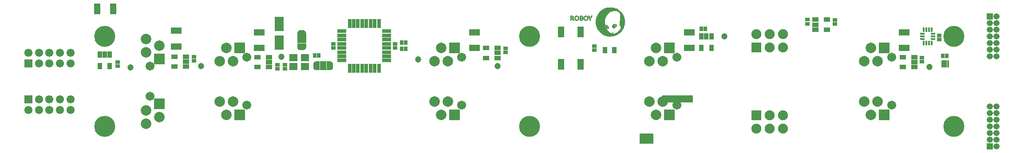
<source format=gts>
G04 #@! TF.GenerationSoftware,KiCad,Pcbnew,(2018-01-21 revision 6b9866de8)-makepkg*
G04 #@! TF.CreationDate,2018-02-06T18:12:56+01:00*
G04 #@! TF.ProjectId,Arm_interface_panel,41726D5F696E746572666163655F7061,rev?*
G04 #@! TF.SameCoordinates,Original*
G04 #@! TF.FileFunction,Soldermask,Top*
G04 #@! TF.FilePolarity,Negative*
%FSLAX46Y46*%
G04 Gerber Fmt 4.6, Leading zero omitted, Abs format (unit mm)*
G04 Created by KiCad (PCBNEW (2018-01-21 revision 6b9866de8)-makepkg) date 02/06/18 18:12:56*
%MOMM*%
%LPD*%
G01*
G04 APERTURE LIST*
%ADD10C,0.150000*%
%ADD11C,0.010000*%
%ADD12C,4.003200*%
%ADD13C,1.703300*%
%ADD14C,2.003200*%
%ADD15R,2.003200X2.003200*%
%ADD16O,1.903200X1.903200*%
%ADD17R,1.903200X1.903200*%
%ADD18R,1.553200X1.553200*%
%ADD19C,1.553200*%
%ADD20O,1.203200X1.203200*%
%ADD21R,1.203200X1.203200*%
%ADD22R,1.803200X0.753200*%
%ADD23R,0.753200X1.803200*%
%ADD24R,1.603200X1.403200*%
%ADD25R,0.853200X0.778200*%
%ADD26R,0.778200X0.853200*%
%ADD27C,1.203200*%
%ADD28R,1.703200X0.703200*%
%ADD29C,0.100000*%
%ADD30R,1.703200X1.203200*%
%ADD31R,0.703200X1.703200*%
%ADD32R,1.203200X1.703200*%
%ADD33R,2.003200X1.273200*%
%ADD34R,1.303200X2.003200*%
%ADD35R,0.853200X1.263200*%
%ADD36R,0.403200X0.733200*%
%ADD37R,1.263200X0.853200*%
%ADD38R,0.878200X0.453200*%
%ADD39R,0.453200X0.878200*%
%ADD40R,1.273200X2.003200*%
%ADD41R,1.803200X2.803200*%
%ADD42R,0.873200X1.203200*%
G04 APERTURE END LIST*
D10*
G36*
X177057300Y-100847200D02*
X177057300Y-99647200D01*
X182707300Y-99647200D01*
X182707300Y-100847200D01*
X177057300Y-100847200D01*
G37*
X177057300Y-100847200D02*
X177057300Y-99647200D01*
X182707300Y-99647200D01*
X182707300Y-100847200D01*
X177057300Y-100847200D01*
G36*
X172750000Y-108700000D02*
X175150000Y-108700000D01*
X175150000Y-106900000D01*
X172750000Y-106900000D01*
X172750000Y-108700000D01*
G37*
X172750000Y-108700000D02*
X175150000Y-108700000D01*
X175150000Y-106900000D01*
X172750000Y-106900000D01*
X172750000Y-108700000D01*
D11*
G36*
X160630464Y-84337437D02*
X160653725Y-84338815D01*
X160674737Y-84341500D01*
X160688626Y-84344046D01*
X160752383Y-84361768D01*
X160811523Y-84388078D01*
X160865205Y-84422525D01*
X160911520Y-84463551D01*
X160951121Y-84511609D01*
X160982950Y-84565013D01*
X161007011Y-84622600D01*
X161023308Y-84683207D01*
X161031845Y-84745670D01*
X161032628Y-84808826D01*
X161025661Y-84871511D01*
X161010949Y-84932562D01*
X160988495Y-84990815D01*
X160958306Y-85045106D01*
X160920385Y-85094273D01*
X160908980Y-85106357D01*
X160859844Y-85149210D01*
X160805582Y-85183308D01*
X160746438Y-85208521D01*
X160689158Y-85223523D01*
X160664182Y-85226900D01*
X160632717Y-85229082D01*
X160597634Y-85230076D01*
X160561800Y-85229885D01*
X160528085Y-85228515D01*
X160499356Y-85225970D01*
X160482260Y-85223174D01*
X160418316Y-85204532D01*
X160360699Y-85178156D01*
X160308790Y-85143729D01*
X160280832Y-85119739D01*
X160236314Y-85071872D01*
X160200719Y-85019956D01*
X160173861Y-84963532D01*
X160155551Y-84902142D01*
X160145603Y-84835327D01*
X160143540Y-84784324D01*
X160315136Y-84784324D01*
X160316173Y-84821399D01*
X160319199Y-84855373D01*
X160323827Y-84881435D01*
X160341023Y-84932627D01*
X160365704Y-84977780D01*
X160397281Y-85016260D01*
X160435167Y-85047433D01*
X160478772Y-85070663D01*
X160508631Y-85080856D01*
X160531172Y-85084985D01*
X160560054Y-85087351D01*
X160591882Y-85087966D01*
X160623259Y-85086839D01*
X160650787Y-85083981D01*
X160668027Y-85080375D01*
X160714962Y-85061635D01*
X160756481Y-85034953D01*
X160791577Y-85001183D01*
X160819242Y-84961182D01*
X160827368Y-84945029D01*
X160839325Y-84916918D01*
X160847838Y-84891407D01*
X160853435Y-84865686D01*
X160856642Y-84836944D01*
X160857987Y-84802371D01*
X160858126Y-84781140D01*
X160857838Y-84750068D01*
X160856830Y-84726427D01*
X160854808Y-84707496D01*
X160851474Y-84690555D01*
X160846532Y-84672883D01*
X160846234Y-84671920D01*
X160826006Y-84620186D01*
X160799880Y-84576624D01*
X160767568Y-84540937D01*
X160728785Y-84512827D01*
X160683243Y-84491997D01*
X160668027Y-84487066D01*
X160644652Y-84482419D01*
X160614841Y-84479752D01*
X160582126Y-84479083D01*
X160550040Y-84480430D01*
X160522116Y-84483812D01*
X160510865Y-84486260D01*
X160462975Y-84503860D01*
X160421306Y-84529466D01*
X160385942Y-84562991D01*
X160356965Y-84604344D01*
X160334458Y-84653438D01*
X160323938Y-84687160D01*
X160319020Y-84713938D01*
X160316086Y-84747415D01*
X160315136Y-84784324D01*
X160143540Y-84784324D01*
X160143513Y-84783680D01*
X160147521Y-84712883D01*
X160159691Y-84647884D01*
X160180245Y-84588147D01*
X160209401Y-84533133D01*
X160247380Y-84482305D01*
X160281552Y-84446829D01*
X160306794Y-84424577D01*
X160331097Y-84406930D01*
X160358799Y-84390902D01*
X160374223Y-84383083D01*
X160405806Y-84368190D01*
X160433095Y-84357135D01*
X160458814Y-84349281D01*
X160485690Y-84343991D01*
X160516448Y-84340628D01*
X160553813Y-84338554D01*
X160566706Y-84338088D01*
X160602332Y-84337237D01*
X160630464Y-84337437D01*
X160630464Y-84337437D01*
G37*
X160630464Y-84337437D02*
X160653725Y-84338815D01*
X160674737Y-84341500D01*
X160688626Y-84344046D01*
X160752383Y-84361768D01*
X160811523Y-84388078D01*
X160865205Y-84422525D01*
X160911520Y-84463551D01*
X160951121Y-84511609D01*
X160982950Y-84565013D01*
X161007011Y-84622600D01*
X161023308Y-84683207D01*
X161031845Y-84745670D01*
X161032628Y-84808826D01*
X161025661Y-84871511D01*
X161010949Y-84932562D01*
X160988495Y-84990815D01*
X160958306Y-85045106D01*
X160920385Y-85094273D01*
X160908980Y-85106357D01*
X160859844Y-85149210D01*
X160805582Y-85183308D01*
X160746438Y-85208521D01*
X160689158Y-85223523D01*
X160664182Y-85226900D01*
X160632717Y-85229082D01*
X160597634Y-85230076D01*
X160561800Y-85229885D01*
X160528085Y-85228515D01*
X160499356Y-85225970D01*
X160482260Y-85223174D01*
X160418316Y-85204532D01*
X160360699Y-85178156D01*
X160308790Y-85143729D01*
X160280832Y-85119739D01*
X160236314Y-85071872D01*
X160200719Y-85019956D01*
X160173861Y-84963532D01*
X160155551Y-84902142D01*
X160145603Y-84835327D01*
X160143540Y-84784324D01*
X160315136Y-84784324D01*
X160316173Y-84821399D01*
X160319199Y-84855373D01*
X160323827Y-84881435D01*
X160341023Y-84932627D01*
X160365704Y-84977780D01*
X160397281Y-85016260D01*
X160435167Y-85047433D01*
X160478772Y-85070663D01*
X160508631Y-85080856D01*
X160531172Y-85084985D01*
X160560054Y-85087351D01*
X160591882Y-85087966D01*
X160623259Y-85086839D01*
X160650787Y-85083981D01*
X160668027Y-85080375D01*
X160714962Y-85061635D01*
X160756481Y-85034953D01*
X160791577Y-85001183D01*
X160819242Y-84961182D01*
X160827368Y-84945029D01*
X160839325Y-84916918D01*
X160847838Y-84891407D01*
X160853435Y-84865686D01*
X160856642Y-84836944D01*
X160857987Y-84802371D01*
X160858126Y-84781140D01*
X160857838Y-84750068D01*
X160856830Y-84726427D01*
X160854808Y-84707496D01*
X160851474Y-84690555D01*
X160846532Y-84672883D01*
X160846234Y-84671920D01*
X160826006Y-84620186D01*
X160799880Y-84576624D01*
X160767568Y-84540937D01*
X160728785Y-84512827D01*
X160683243Y-84491997D01*
X160668027Y-84487066D01*
X160644652Y-84482419D01*
X160614841Y-84479752D01*
X160582126Y-84479083D01*
X160550040Y-84480430D01*
X160522116Y-84483812D01*
X160510865Y-84486260D01*
X160462975Y-84503860D01*
X160421306Y-84529466D01*
X160385942Y-84562991D01*
X160356965Y-84604344D01*
X160334458Y-84653438D01*
X160323938Y-84687160D01*
X160319020Y-84713938D01*
X160316086Y-84747415D01*
X160315136Y-84784324D01*
X160143540Y-84784324D01*
X160143513Y-84783680D01*
X160147521Y-84712883D01*
X160159691Y-84647884D01*
X160180245Y-84588147D01*
X160209401Y-84533133D01*
X160247380Y-84482305D01*
X160281552Y-84446829D01*
X160306794Y-84424577D01*
X160331097Y-84406930D01*
X160358799Y-84390902D01*
X160374223Y-84383083D01*
X160405806Y-84368190D01*
X160433095Y-84357135D01*
X160458814Y-84349281D01*
X160485690Y-84343991D01*
X160516448Y-84340628D01*
X160553813Y-84338554D01*
X160566706Y-84338088D01*
X160602332Y-84337237D01*
X160630464Y-84337437D01*
G36*
X162383064Y-84337437D02*
X162406325Y-84338815D01*
X162427337Y-84341500D01*
X162441226Y-84344046D01*
X162504983Y-84361768D01*
X162564123Y-84388078D01*
X162617805Y-84422525D01*
X162664120Y-84463551D01*
X162703721Y-84511609D01*
X162735550Y-84565013D01*
X162759611Y-84622600D01*
X162775908Y-84683207D01*
X162784445Y-84745670D01*
X162785228Y-84808826D01*
X162778261Y-84871511D01*
X162763549Y-84932562D01*
X162741095Y-84990815D01*
X162710906Y-85045106D01*
X162672985Y-85094273D01*
X162661580Y-85106357D01*
X162612444Y-85149210D01*
X162558182Y-85183308D01*
X162499038Y-85208521D01*
X162441758Y-85223523D01*
X162416782Y-85226900D01*
X162385317Y-85229082D01*
X162350234Y-85230076D01*
X162314400Y-85229885D01*
X162280685Y-85228515D01*
X162251956Y-85225970D01*
X162234860Y-85223174D01*
X162170916Y-85204532D01*
X162113299Y-85178156D01*
X162061390Y-85143729D01*
X162033432Y-85119739D01*
X161988914Y-85071872D01*
X161953319Y-85019956D01*
X161926461Y-84963532D01*
X161908151Y-84902142D01*
X161898203Y-84835327D01*
X161896140Y-84784324D01*
X162067736Y-84784324D01*
X162068773Y-84821399D01*
X162071799Y-84855373D01*
X162076427Y-84881435D01*
X162093623Y-84932627D01*
X162118304Y-84977780D01*
X162149881Y-85016260D01*
X162187767Y-85047433D01*
X162231372Y-85070663D01*
X162261231Y-85080856D01*
X162283772Y-85084985D01*
X162312654Y-85087351D01*
X162344482Y-85087966D01*
X162375859Y-85086839D01*
X162403387Y-85083981D01*
X162420627Y-85080375D01*
X162467562Y-85061635D01*
X162509081Y-85034953D01*
X162544177Y-85001183D01*
X162571842Y-84961182D01*
X162579968Y-84945029D01*
X162591925Y-84916918D01*
X162600438Y-84891407D01*
X162606035Y-84865686D01*
X162609242Y-84836944D01*
X162610587Y-84802371D01*
X162610726Y-84781140D01*
X162610438Y-84750068D01*
X162609430Y-84726427D01*
X162607408Y-84707496D01*
X162604074Y-84690555D01*
X162599132Y-84672883D01*
X162598834Y-84671920D01*
X162578606Y-84620186D01*
X162552480Y-84576624D01*
X162520168Y-84540937D01*
X162481385Y-84512827D01*
X162435843Y-84491997D01*
X162420627Y-84487066D01*
X162397252Y-84482419D01*
X162367441Y-84479752D01*
X162334726Y-84479083D01*
X162302640Y-84480430D01*
X162274716Y-84483812D01*
X162263465Y-84486260D01*
X162215575Y-84503860D01*
X162173906Y-84529466D01*
X162138542Y-84562991D01*
X162109565Y-84604344D01*
X162087058Y-84653438D01*
X162076538Y-84687160D01*
X162071620Y-84713938D01*
X162068686Y-84747415D01*
X162067736Y-84784324D01*
X161896140Y-84784324D01*
X161896113Y-84783680D01*
X161900121Y-84712883D01*
X161912291Y-84647884D01*
X161932845Y-84588147D01*
X161962001Y-84533133D01*
X161999980Y-84482305D01*
X162034152Y-84446829D01*
X162059394Y-84424577D01*
X162083697Y-84406930D01*
X162111399Y-84390902D01*
X162126823Y-84383083D01*
X162158406Y-84368190D01*
X162185695Y-84357135D01*
X162211414Y-84349281D01*
X162238290Y-84343991D01*
X162269048Y-84340628D01*
X162306413Y-84338554D01*
X162319306Y-84338088D01*
X162354932Y-84337237D01*
X162383064Y-84337437D01*
X162383064Y-84337437D01*
G37*
X162383064Y-84337437D02*
X162406325Y-84338815D01*
X162427337Y-84341500D01*
X162441226Y-84344046D01*
X162504983Y-84361768D01*
X162564123Y-84388078D01*
X162617805Y-84422525D01*
X162664120Y-84463551D01*
X162703721Y-84511609D01*
X162735550Y-84565013D01*
X162759611Y-84622600D01*
X162775908Y-84683207D01*
X162784445Y-84745670D01*
X162785228Y-84808826D01*
X162778261Y-84871511D01*
X162763549Y-84932562D01*
X162741095Y-84990815D01*
X162710906Y-85045106D01*
X162672985Y-85094273D01*
X162661580Y-85106357D01*
X162612444Y-85149210D01*
X162558182Y-85183308D01*
X162499038Y-85208521D01*
X162441758Y-85223523D01*
X162416782Y-85226900D01*
X162385317Y-85229082D01*
X162350234Y-85230076D01*
X162314400Y-85229885D01*
X162280685Y-85228515D01*
X162251956Y-85225970D01*
X162234860Y-85223174D01*
X162170916Y-85204532D01*
X162113299Y-85178156D01*
X162061390Y-85143729D01*
X162033432Y-85119739D01*
X161988914Y-85071872D01*
X161953319Y-85019956D01*
X161926461Y-84963532D01*
X161908151Y-84902142D01*
X161898203Y-84835327D01*
X161896140Y-84784324D01*
X162067736Y-84784324D01*
X162068773Y-84821399D01*
X162071799Y-84855373D01*
X162076427Y-84881435D01*
X162093623Y-84932627D01*
X162118304Y-84977780D01*
X162149881Y-85016260D01*
X162187767Y-85047433D01*
X162231372Y-85070663D01*
X162261231Y-85080856D01*
X162283772Y-85084985D01*
X162312654Y-85087351D01*
X162344482Y-85087966D01*
X162375859Y-85086839D01*
X162403387Y-85083981D01*
X162420627Y-85080375D01*
X162467562Y-85061635D01*
X162509081Y-85034953D01*
X162544177Y-85001183D01*
X162571842Y-84961182D01*
X162579968Y-84945029D01*
X162591925Y-84916918D01*
X162600438Y-84891407D01*
X162606035Y-84865686D01*
X162609242Y-84836944D01*
X162610587Y-84802371D01*
X162610726Y-84781140D01*
X162610438Y-84750068D01*
X162609430Y-84726427D01*
X162607408Y-84707496D01*
X162604074Y-84690555D01*
X162599132Y-84672883D01*
X162598834Y-84671920D01*
X162578606Y-84620186D01*
X162552480Y-84576624D01*
X162520168Y-84540937D01*
X162481385Y-84512827D01*
X162435843Y-84491997D01*
X162420627Y-84487066D01*
X162397252Y-84482419D01*
X162367441Y-84479752D01*
X162334726Y-84479083D01*
X162302640Y-84480430D01*
X162274716Y-84483812D01*
X162263465Y-84486260D01*
X162215575Y-84503860D01*
X162173906Y-84529466D01*
X162138542Y-84562991D01*
X162109565Y-84604344D01*
X162087058Y-84653438D01*
X162076538Y-84687160D01*
X162071620Y-84713938D01*
X162068686Y-84747415D01*
X162067736Y-84784324D01*
X161896140Y-84784324D01*
X161896113Y-84783680D01*
X161900121Y-84712883D01*
X161912291Y-84647884D01*
X161932845Y-84588147D01*
X161962001Y-84533133D01*
X161999980Y-84482305D01*
X162034152Y-84446829D01*
X162059394Y-84424577D01*
X162083697Y-84406930D01*
X162111399Y-84390902D01*
X162126823Y-84383083D01*
X162158406Y-84368190D01*
X162185695Y-84357135D01*
X162211414Y-84349281D01*
X162238290Y-84343991D01*
X162269048Y-84340628D01*
X162306413Y-84338554D01*
X162319306Y-84338088D01*
X162354932Y-84337237D01*
X162383064Y-84337437D01*
G36*
X159625010Y-84348143D02*
X159677775Y-84348761D01*
X159721596Y-84349460D01*
X159757687Y-84350395D01*
X159787263Y-84351722D01*
X159811539Y-84353600D01*
X159831730Y-84356183D01*
X159849050Y-84359629D01*
X159864716Y-84364094D01*
X159879941Y-84369734D01*
X159895941Y-84376706D01*
X159913930Y-84385166D01*
X159914471Y-84385425D01*
X159955157Y-84410127D01*
X159988389Y-84441624D01*
X160013858Y-84479487D01*
X160031251Y-84523284D01*
X160038412Y-84556949D01*
X160041333Y-84609377D01*
X160034847Y-84659388D01*
X160019460Y-84706057D01*
X159995676Y-84748456D01*
X159964001Y-84785659D01*
X159924941Y-84816742D01*
X159884897Y-84838279D01*
X159856494Y-84850686D01*
X159878084Y-84871793D01*
X159884224Y-84879094D01*
X159895045Y-84893337D01*
X159909792Y-84913439D01*
X159927715Y-84938320D01*
X159948058Y-84966897D01*
X159970070Y-84998087D01*
X159992998Y-85030810D01*
X160016089Y-85063984D01*
X160038589Y-85096525D01*
X160059746Y-85127353D01*
X160078807Y-85155386D01*
X160095018Y-85179541D01*
X160107628Y-85198736D01*
X160115883Y-85211890D01*
X160119030Y-85217921D01*
X160119040Y-85218030D01*
X160114289Y-85219446D01*
X160101325Y-85220376D01*
X160082082Y-85220858D01*
X160058495Y-85220927D01*
X160032497Y-85220620D01*
X160006021Y-85219974D01*
X159981003Y-85219024D01*
X159959375Y-85217807D01*
X159943072Y-85216360D01*
X159934028Y-85214718D01*
X159933590Y-85214542D01*
X159926686Y-85208404D01*
X159914800Y-85193986D01*
X159897891Y-85171228D01*
X159875919Y-85140072D01*
X159848842Y-85100458D01*
X159816619Y-85052328D01*
X159779211Y-84995623D01*
X159739466Y-84934733D01*
X159727320Y-84917343D01*
X159715543Y-84902648D01*
X159706369Y-84893402D01*
X159705155Y-84892521D01*
X159692920Y-84887915D01*
X159672516Y-84884156D01*
X159647030Y-84881686D01*
X159600880Y-84878696D01*
X159600880Y-85220560D01*
X159433240Y-85220560D01*
X159433240Y-84764445D01*
X159600880Y-84764445D01*
X159678350Y-84762242D01*
X159710242Y-84761121D01*
X159734204Y-84759648D01*
X159752466Y-84757534D01*
X159767257Y-84754491D01*
X159780809Y-84750229D01*
X159785826Y-84748336D01*
X159819667Y-84730383D01*
X159845596Y-84706091D01*
X159863500Y-84675636D01*
X159873265Y-84639191D01*
X159875200Y-84610965D01*
X159870620Y-84574409D01*
X159857394Y-84542518D01*
X159836293Y-84516250D01*
X159808088Y-84496566D01*
X159773551Y-84484424D01*
X159773472Y-84484407D01*
X159758859Y-84482146D01*
X159736815Y-84479813D01*
X159710063Y-84477648D01*
X159681328Y-84475896D01*
X159674329Y-84475559D01*
X159600880Y-84472222D01*
X159600880Y-84764445D01*
X159433240Y-84764445D01*
X159433240Y-84346045D01*
X159625010Y-84348143D01*
X159625010Y-84348143D01*
G37*
X159625010Y-84348143D02*
X159677775Y-84348761D01*
X159721596Y-84349460D01*
X159757687Y-84350395D01*
X159787263Y-84351722D01*
X159811539Y-84353600D01*
X159831730Y-84356183D01*
X159849050Y-84359629D01*
X159864716Y-84364094D01*
X159879941Y-84369734D01*
X159895941Y-84376706D01*
X159913930Y-84385166D01*
X159914471Y-84385425D01*
X159955157Y-84410127D01*
X159988389Y-84441624D01*
X160013858Y-84479487D01*
X160031251Y-84523284D01*
X160038412Y-84556949D01*
X160041333Y-84609377D01*
X160034847Y-84659388D01*
X160019460Y-84706057D01*
X159995676Y-84748456D01*
X159964001Y-84785659D01*
X159924941Y-84816742D01*
X159884897Y-84838279D01*
X159856494Y-84850686D01*
X159878084Y-84871793D01*
X159884224Y-84879094D01*
X159895045Y-84893337D01*
X159909792Y-84913439D01*
X159927715Y-84938320D01*
X159948058Y-84966897D01*
X159970070Y-84998087D01*
X159992998Y-85030810D01*
X160016089Y-85063984D01*
X160038589Y-85096525D01*
X160059746Y-85127353D01*
X160078807Y-85155386D01*
X160095018Y-85179541D01*
X160107628Y-85198736D01*
X160115883Y-85211890D01*
X160119030Y-85217921D01*
X160119040Y-85218030D01*
X160114289Y-85219446D01*
X160101325Y-85220376D01*
X160082082Y-85220858D01*
X160058495Y-85220927D01*
X160032497Y-85220620D01*
X160006021Y-85219974D01*
X159981003Y-85219024D01*
X159959375Y-85217807D01*
X159943072Y-85216360D01*
X159934028Y-85214718D01*
X159933590Y-85214542D01*
X159926686Y-85208404D01*
X159914800Y-85193986D01*
X159897891Y-85171228D01*
X159875919Y-85140072D01*
X159848842Y-85100458D01*
X159816619Y-85052328D01*
X159779211Y-84995623D01*
X159739466Y-84934733D01*
X159727320Y-84917343D01*
X159715543Y-84902648D01*
X159706369Y-84893402D01*
X159705155Y-84892521D01*
X159692920Y-84887915D01*
X159672516Y-84884156D01*
X159647030Y-84881686D01*
X159600880Y-84878696D01*
X159600880Y-85220560D01*
X159433240Y-85220560D01*
X159433240Y-84764445D01*
X159600880Y-84764445D01*
X159678350Y-84762242D01*
X159710242Y-84761121D01*
X159734204Y-84759648D01*
X159752466Y-84757534D01*
X159767257Y-84754491D01*
X159780809Y-84750229D01*
X159785826Y-84748336D01*
X159819667Y-84730383D01*
X159845596Y-84706091D01*
X159863500Y-84675636D01*
X159873265Y-84639191D01*
X159875200Y-84610965D01*
X159870620Y-84574409D01*
X159857394Y-84542518D01*
X159836293Y-84516250D01*
X159808088Y-84496566D01*
X159773551Y-84484424D01*
X159773472Y-84484407D01*
X159758859Y-84482146D01*
X159736815Y-84479813D01*
X159710063Y-84477648D01*
X159681328Y-84475896D01*
X159674329Y-84475559D01*
X159600880Y-84472222D01*
X159600880Y-84764445D01*
X159433240Y-84764445D01*
X159433240Y-84346045D01*
X159625010Y-84348143D01*
G36*
X161364910Y-84348039D02*
X161416831Y-84348519D01*
X161459682Y-84348995D01*
X161494554Y-84349525D01*
X161522535Y-84350168D01*
X161544716Y-84350983D01*
X161562187Y-84352029D01*
X161576037Y-84353364D01*
X161587357Y-84355048D01*
X161597237Y-84357139D01*
X161606766Y-84359696D01*
X161612543Y-84361411D01*
X161661002Y-84379941D01*
X161701664Y-84403722D01*
X161734075Y-84432405D01*
X161757776Y-84465645D01*
X161762593Y-84475291D01*
X161775381Y-84512931D01*
X161781614Y-84553799D01*
X161781315Y-84595135D01*
X161774505Y-84634178D01*
X161761206Y-84668168D01*
X161761071Y-84668417D01*
X161742348Y-84694959D01*
X161716593Y-84720560D01*
X161686778Y-84742532D01*
X161667088Y-84753377D01*
X161651574Y-84760934D01*
X161644222Y-84765451D01*
X161643967Y-84768143D01*
X161649746Y-84770223D01*
X161651848Y-84770750D01*
X161679196Y-84780219D01*
X161708473Y-84794828D01*
X161735970Y-84812414D01*
X161757975Y-84830819D01*
X161761619Y-84834663D01*
X161781909Y-84861269D01*
X161795432Y-84889466D01*
X161803041Y-84921755D01*
X161805589Y-84960636D01*
X161805600Y-84963757D01*
X161801482Y-85015496D01*
X161789055Y-85061573D01*
X161768203Y-85102142D01*
X161738811Y-85137353D01*
X161700767Y-85167360D01*
X161653955Y-85192312D01*
X161624701Y-85203840D01*
X161584620Y-85218007D01*
X161155360Y-85221161D01*
X161155360Y-84839560D01*
X161323000Y-84839560D01*
X161323000Y-85095078D01*
X161425870Y-85092172D01*
X161465108Y-85090850D01*
X161495743Y-85089277D01*
X161519331Y-85087312D01*
X161537427Y-85084808D01*
X161551588Y-85081625D01*
X161556490Y-85080132D01*
X161584643Y-85066657D01*
X161605541Y-85050529D01*
X161624775Y-85025824D01*
X161636750Y-84997062D01*
X161641555Y-84966273D01*
X161639277Y-84935491D01*
X161630002Y-84906748D01*
X161613819Y-84882075D01*
X161597693Y-84867803D01*
X161582135Y-84858584D01*
X161564487Y-84851488D01*
X161543283Y-84846282D01*
X161517056Y-84842732D01*
X161484339Y-84840603D01*
X161443665Y-84839660D01*
X161420992Y-84839560D01*
X161323000Y-84839560D01*
X161155360Y-84839560D01*
X161155360Y-84724318D01*
X161323000Y-84724318D01*
X161413170Y-84721156D01*
X161451489Y-84719380D01*
X161484140Y-84716993D01*
X161509680Y-84714128D01*
X161526665Y-84710918D01*
X161527963Y-84710546D01*
X161561808Y-84696693D01*
X161586908Y-84677946D01*
X161603730Y-84653700D01*
X161612740Y-84623347D01*
X161614650Y-84597850D01*
X161613782Y-84574510D01*
X161610272Y-84556495D01*
X161603149Y-84539106D01*
X161602032Y-84536890D01*
X161590552Y-84519397D01*
X161575157Y-84505196D01*
X161554898Y-84494018D01*
X161528829Y-84485595D01*
X161496003Y-84479658D01*
X161455472Y-84475938D01*
X161406289Y-84474166D01*
X161380150Y-84473931D01*
X161323000Y-84473800D01*
X161323000Y-84724318D01*
X161155360Y-84724318D01*
X161155360Y-84346186D01*
X161364910Y-84348039D01*
X161364910Y-84348039D01*
G37*
X161364910Y-84348039D02*
X161416831Y-84348519D01*
X161459682Y-84348995D01*
X161494554Y-84349525D01*
X161522535Y-84350168D01*
X161544716Y-84350983D01*
X161562187Y-84352029D01*
X161576037Y-84353364D01*
X161587357Y-84355048D01*
X161597237Y-84357139D01*
X161606766Y-84359696D01*
X161612543Y-84361411D01*
X161661002Y-84379941D01*
X161701664Y-84403722D01*
X161734075Y-84432405D01*
X161757776Y-84465645D01*
X161762593Y-84475291D01*
X161775381Y-84512931D01*
X161781614Y-84553799D01*
X161781315Y-84595135D01*
X161774505Y-84634178D01*
X161761206Y-84668168D01*
X161761071Y-84668417D01*
X161742348Y-84694959D01*
X161716593Y-84720560D01*
X161686778Y-84742532D01*
X161667088Y-84753377D01*
X161651574Y-84760934D01*
X161644222Y-84765451D01*
X161643967Y-84768143D01*
X161649746Y-84770223D01*
X161651848Y-84770750D01*
X161679196Y-84780219D01*
X161708473Y-84794828D01*
X161735970Y-84812414D01*
X161757975Y-84830819D01*
X161761619Y-84834663D01*
X161781909Y-84861269D01*
X161795432Y-84889466D01*
X161803041Y-84921755D01*
X161805589Y-84960636D01*
X161805600Y-84963757D01*
X161801482Y-85015496D01*
X161789055Y-85061573D01*
X161768203Y-85102142D01*
X161738811Y-85137353D01*
X161700767Y-85167360D01*
X161653955Y-85192312D01*
X161624701Y-85203840D01*
X161584620Y-85218007D01*
X161155360Y-85221161D01*
X161155360Y-84839560D01*
X161323000Y-84839560D01*
X161323000Y-85095078D01*
X161425870Y-85092172D01*
X161465108Y-85090850D01*
X161495743Y-85089277D01*
X161519331Y-85087312D01*
X161537427Y-85084808D01*
X161551588Y-85081625D01*
X161556490Y-85080132D01*
X161584643Y-85066657D01*
X161605541Y-85050529D01*
X161624775Y-85025824D01*
X161636750Y-84997062D01*
X161641555Y-84966273D01*
X161639277Y-84935491D01*
X161630002Y-84906748D01*
X161613819Y-84882075D01*
X161597693Y-84867803D01*
X161582135Y-84858584D01*
X161564487Y-84851488D01*
X161543283Y-84846282D01*
X161517056Y-84842732D01*
X161484339Y-84840603D01*
X161443665Y-84839660D01*
X161420992Y-84839560D01*
X161323000Y-84839560D01*
X161155360Y-84839560D01*
X161155360Y-84724318D01*
X161323000Y-84724318D01*
X161413170Y-84721156D01*
X161451489Y-84719380D01*
X161484140Y-84716993D01*
X161509680Y-84714128D01*
X161526665Y-84710918D01*
X161527963Y-84710546D01*
X161561808Y-84696693D01*
X161586908Y-84677946D01*
X161603730Y-84653700D01*
X161612740Y-84623347D01*
X161614650Y-84597850D01*
X161613782Y-84574510D01*
X161610272Y-84556495D01*
X161603149Y-84539106D01*
X161602032Y-84536890D01*
X161590552Y-84519397D01*
X161575157Y-84505196D01*
X161554898Y-84494018D01*
X161528829Y-84485595D01*
X161496003Y-84479658D01*
X161455472Y-84475938D01*
X161406289Y-84474166D01*
X161380150Y-84473931D01*
X161323000Y-84473800D01*
X161323000Y-84724318D01*
X161155360Y-84724318D01*
X161155360Y-84346186D01*
X161364910Y-84348039D01*
G36*
X162950155Y-84361012D02*
X162955398Y-84368427D01*
X162964708Y-84383627D01*
X162977427Y-84405404D01*
X162992896Y-84432549D01*
X163010454Y-84463853D01*
X163029444Y-84498110D01*
X163049204Y-84534109D01*
X163069078Y-84570644D01*
X163088404Y-84606505D01*
X163106524Y-84640484D01*
X163122779Y-84671372D01*
X163136508Y-84697963D01*
X163147054Y-84719046D01*
X163153757Y-84733414D01*
X163155037Y-84736538D01*
X163160620Y-84749472D01*
X163165223Y-84757257D01*
X163166599Y-84758280D01*
X163170101Y-84753987D01*
X163176179Y-84742721D01*
X163183532Y-84726899D01*
X163183694Y-84726530D01*
X163191609Y-84709493D01*
X163203101Y-84686303D01*
X163217531Y-84658133D01*
X163234255Y-84626158D01*
X163252632Y-84591551D01*
X163272021Y-84555487D01*
X163291780Y-84519140D01*
X163311269Y-84483685D01*
X163329844Y-84450295D01*
X163346865Y-84420145D01*
X163361691Y-84394409D01*
X163373679Y-84374261D01*
X163382188Y-84360876D01*
X163386368Y-84355561D01*
X163391921Y-84352206D01*
X163399264Y-84349852D01*
X163410032Y-84348371D01*
X163425862Y-84347633D01*
X163448390Y-84347511D01*
X163479253Y-84347876D01*
X163483310Y-84347941D01*
X163568214Y-84349340D01*
X163408267Y-84620689D01*
X163248320Y-84892039D01*
X163248320Y-85220560D01*
X163080680Y-85220560D01*
X163080680Y-84885098D01*
X162923200Y-84618742D01*
X162895170Y-84571289D01*
X162868736Y-84526451D01*
X162844342Y-84484988D01*
X162822433Y-84447659D01*
X162803454Y-84415226D01*
X162787850Y-84388447D01*
X162776064Y-84368083D01*
X162768542Y-84354894D01*
X162765729Y-84349640D01*
X162765720Y-84349593D01*
X162770523Y-84348672D01*
X162783827Y-84347878D01*
X162803975Y-84347267D01*
X162829306Y-84346893D01*
X162851129Y-84346800D01*
X162936539Y-84346800D01*
X162950155Y-84361012D01*
X162950155Y-84361012D01*
G37*
X162950155Y-84361012D02*
X162955398Y-84368427D01*
X162964708Y-84383627D01*
X162977427Y-84405404D01*
X162992896Y-84432549D01*
X163010454Y-84463853D01*
X163029444Y-84498110D01*
X163049204Y-84534109D01*
X163069078Y-84570644D01*
X163088404Y-84606505D01*
X163106524Y-84640484D01*
X163122779Y-84671372D01*
X163136508Y-84697963D01*
X163147054Y-84719046D01*
X163153757Y-84733414D01*
X163155037Y-84736538D01*
X163160620Y-84749472D01*
X163165223Y-84757257D01*
X163166599Y-84758280D01*
X163170101Y-84753987D01*
X163176179Y-84742721D01*
X163183532Y-84726899D01*
X163183694Y-84726530D01*
X163191609Y-84709493D01*
X163203101Y-84686303D01*
X163217531Y-84658133D01*
X163234255Y-84626158D01*
X163252632Y-84591551D01*
X163272021Y-84555487D01*
X163291780Y-84519140D01*
X163311269Y-84483685D01*
X163329844Y-84450295D01*
X163346865Y-84420145D01*
X163361691Y-84394409D01*
X163373679Y-84374261D01*
X163382188Y-84360876D01*
X163386368Y-84355561D01*
X163391921Y-84352206D01*
X163399264Y-84349852D01*
X163410032Y-84348371D01*
X163425862Y-84347633D01*
X163448390Y-84347511D01*
X163479253Y-84347876D01*
X163483310Y-84347941D01*
X163568214Y-84349340D01*
X163408267Y-84620689D01*
X163248320Y-84892039D01*
X163248320Y-85220560D01*
X163080680Y-85220560D01*
X163080680Y-84885098D01*
X162923200Y-84618742D01*
X162895170Y-84571289D01*
X162868736Y-84526451D01*
X162844342Y-84484988D01*
X162822433Y-84447659D01*
X162803454Y-84415226D01*
X162787850Y-84388447D01*
X162776064Y-84368083D01*
X162768542Y-84354894D01*
X162765729Y-84349640D01*
X162765720Y-84349593D01*
X162770523Y-84348672D01*
X162783827Y-84347878D01*
X162803975Y-84347267D01*
X162829306Y-84346893D01*
X162851129Y-84346800D01*
X162936539Y-84346800D01*
X162950155Y-84361012D01*
G36*
X167111411Y-82747658D02*
X167160303Y-82749034D01*
X167201791Y-82751227D01*
X167204248Y-82751404D01*
X167370730Y-82768617D01*
X167534856Y-82795619D01*
X167696263Y-82832236D01*
X167854589Y-82878297D01*
X168009470Y-82933628D01*
X168160545Y-82998056D01*
X168307451Y-83071410D01*
X168449824Y-83153515D01*
X168587304Y-83244199D01*
X168719526Y-83343290D01*
X168846128Y-83450614D01*
X168966748Y-83565999D01*
X169011488Y-83612506D01*
X169122388Y-83737802D01*
X169224852Y-83868680D01*
X169318766Y-84004894D01*
X169404014Y-84146197D01*
X169480485Y-84292344D01*
X169548064Y-84443091D01*
X169606637Y-84598190D01*
X169656090Y-84757396D01*
X169696310Y-84920465D01*
X169727184Y-85087149D01*
X169741027Y-85187580D01*
X169743688Y-85215614D01*
X169746056Y-85252158D01*
X169748107Y-85295565D01*
X169749818Y-85344188D01*
X169751168Y-85396379D01*
X169752131Y-85450493D01*
X169752687Y-85504881D01*
X169752810Y-85557898D01*
X169752479Y-85607897D01*
X169751671Y-85653229D01*
X169750362Y-85692250D01*
X169748529Y-85723311D01*
X169748521Y-85723409D01*
X169730425Y-85887738D01*
X169702523Y-86049947D01*
X169665024Y-86209636D01*
X169618137Y-86366405D01*
X169562068Y-86519853D01*
X169497026Y-86669580D01*
X169423220Y-86815186D01*
X169340858Y-86956271D01*
X169250147Y-87092433D01*
X169151295Y-87223273D01*
X169044512Y-87348391D01*
X168930005Y-87467385D01*
X168807982Y-87579856D01*
X168763827Y-87617365D01*
X168632339Y-87720164D01*
X168495556Y-87814370D01*
X168353820Y-87899844D01*
X168207475Y-87976444D01*
X168056863Y-88044030D01*
X167902328Y-88102462D01*
X167744213Y-88151599D01*
X167582861Y-88191300D01*
X167418615Y-88221425D01*
X167251818Y-88241834D01*
X167236220Y-88243230D01*
X167204605Y-88245421D01*
X167165273Y-88247283D01*
X167120337Y-88248791D01*
X167071909Y-88249916D01*
X167022102Y-88250634D01*
X166973029Y-88250917D01*
X166926802Y-88250740D01*
X166885534Y-88250076D01*
X166851338Y-88248899D01*
X166838694Y-88248187D01*
X166669062Y-88232042D01*
X166502378Y-88206308D01*
X166338908Y-88171099D01*
X166178916Y-88126529D01*
X166022667Y-88072712D01*
X165870427Y-88009763D01*
X165722461Y-87937796D01*
X165579033Y-87856925D01*
X165440408Y-87767265D01*
X165306852Y-87668929D01*
X165178630Y-87562031D01*
X165117269Y-87506036D01*
X164998879Y-87387867D01*
X164888479Y-87263571D01*
X164786241Y-87133510D01*
X164692338Y-86998048D01*
X164606943Y-86857546D01*
X164530229Y-86712369D01*
X164462370Y-86562880D01*
X164403537Y-86409441D01*
X164353904Y-86252416D01*
X164313644Y-86092168D01*
X164282930Y-85929060D01*
X164261935Y-85763454D01*
X164256484Y-85699168D01*
X164254235Y-85658243D01*
X164252806Y-85609784D01*
X164252158Y-85555741D01*
X164252254Y-85498065D01*
X164252845Y-85454280D01*
X165935866Y-85454280D01*
X165936087Y-85514867D01*
X165936800Y-85567255D01*
X165938154Y-85613398D01*
X165940296Y-85655249D01*
X165943376Y-85694763D01*
X165947541Y-85733895D01*
X165952939Y-85774598D01*
X165959719Y-85818827D01*
X165966683Y-85860680D01*
X165991321Y-85985767D01*
X166023172Y-86115784D01*
X166061644Y-86249155D01*
X166106146Y-86384306D01*
X166156085Y-86519660D01*
X166210869Y-86653644D01*
X166269907Y-86784683D01*
X166332605Y-86911201D01*
X166398373Y-87031623D01*
X166422138Y-87072260D01*
X166447850Y-87114150D01*
X166472392Y-87151070D01*
X166497458Y-87185163D01*
X166524739Y-87218577D01*
X166555927Y-87253455D01*
X166592714Y-87291944D01*
X166606237Y-87305668D01*
X166674539Y-87372063D01*
X166740032Y-87430339D01*
X166804180Y-87481594D01*
X166868445Y-87526927D01*
X166934292Y-87567436D01*
X167003183Y-87604220D01*
X167005625Y-87605432D01*
X167072865Y-87636631D01*
X167140523Y-87663591D01*
X167209818Y-87686574D01*
X167281972Y-87705841D01*
X167358208Y-87721653D01*
X167439746Y-87734271D01*
X167527807Y-87743955D01*
X167623614Y-87750968D01*
X167704301Y-87754743D01*
X167718468Y-87754065D01*
X167739174Y-87751605D01*
X167763042Y-87747805D01*
X167776346Y-87745295D01*
X167882126Y-87718969D01*
X167986227Y-87682724D01*
X168088740Y-87636520D01*
X168189759Y-87580316D01*
X168268715Y-87528715D01*
X168304948Y-87502443D01*
X168345856Y-87471048D01*
X168390005Y-87435764D01*
X168435964Y-87397826D01*
X168482299Y-87358467D01*
X168527577Y-87318921D01*
X168570365Y-87280423D01*
X168609230Y-87244207D01*
X168642740Y-87211506D01*
X168669357Y-87183669D01*
X168719078Y-87126571D01*
X168768026Y-87065833D01*
X168815342Y-87002772D01*
X168860168Y-86938702D01*
X168901646Y-86874939D01*
X168938916Y-86812800D01*
X168971120Y-86753600D01*
X168997399Y-86698654D01*
X169015547Y-86653160D01*
X169027166Y-86616683D01*
X169033669Y-86586920D01*
X169035291Y-86561946D01*
X169032266Y-86539838D01*
X169030229Y-86532655D01*
X169021899Y-86499183D01*
X169015174Y-86455850D01*
X169010045Y-86402582D01*
X169008557Y-86380480D01*
X169006914Y-86357285D01*
X169005091Y-86337827D01*
X169003327Y-86324354D01*
X169002048Y-86319279D01*
X168995985Y-86315091D01*
X168983461Y-86308816D01*
X168971213Y-86303494D01*
X168935191Y-86285805D01*
X168905050Y-86264111D01*
X168880055Y-86237333D01*
X168859472Y-86204396D01*
X168842567Y-86164221D01*
X168828606Y-86115733D01*
X168821731Y-86084200D01*
X168813109Y-86029984D01*
X168806872Y-85967299D01*
X168803003Y-85897547D01*
X168801488Y-85822131D01*
X168802310Y-85742453D01*
X168805454Y-85659917D01*
X168810904Y-85575924D01*
X168818644Y-85491878D01*
X168828658Y-85409181D01*
X168829391Y-85403857D01*
X168837683Y-85352621D01*
X168848851Y-85298523D01*
X168863299Y-85239881D01*
X168881436Y-85175012D01*
X168897507Y-85121894D01*
X168908001Y-85086596D01*
X168914749Y-85060223D01*
X168917856Y-85042298D01*
X168917630Y-85032994D01*
X168916992Y-85025817D01*
X168916273Y-85009339D01*
X168915490Y-84984422D01*
X168914662Y-84951926D01*
X168913807Y-84912708D01*
X168912943Y-84867631D01*
X168912087Y-84817553D01*
X168911258Y-84763335D01*
X168910474Y-84705836D01*
X168910024Y-84669420D01*
X168909099Y-84594866D01*
X168908178Y-84529436D01*
X168907209Y-84472094D01*
X168906143Y-84421802D01*
X168904928Y-84377525D01*
X168903514Y-84338228D01*
X168901851Y-84302872D01*
X168899886Y-84270422D01*
X168897570Y-84239843D01*
X168894853Y-84210097D01*
X168891682Y-84180148D01*
X168888009Y-84148961D01*
X168883781Y-84115498D01*
X168882415Y-84104995D01*
X168873450Y-84042533D01*
X168862637Y-83977182D01*
X168850663Y-83912772D01*
X168838216Y-83853131D01*
X168833201Y-83831220D01*
X168827194Y-83805740D01*
X168821859Y-83783078D01*
X168817719Y-83765465D01*
X168815300Y-83755135D01*
X168815099Y-83754273D01*
X168809514Y-83744596D01*
X168796770Y-83730140D01*
X168778059Y-83711912D01*
X168754573Y-83690920D01*
X168727505Y-83668170D01*
X168698047Y-83644671D01*
X168667391Y-83621430D01*
X168636729Y-83599454D01*
X168612900Y-83583398D01*
X168519663Y-83528561D01*
X168420366Y-83481665D01*
X168314885Y-83442665D01*
X168203099Y-83411515D01*
X168084885Y-83388173D01*
X168074420Y-83386529D01*
X168029797Y-83380994D01*
X167977546Y-83376733D01*
X167920123Y-83373789D01*
X167859984Y-83372208D01*
X167799587Y-83372036D01*
X167741389Y-83373316D01*
X167687846Y-83376094D01*
X167655320Y-83378864D01*
X167518305Y-83396876D01*
X167386889Y-83422248D01*
X167261374Y-83454863D01*
X167142065Y-83494607D01*
X167029262Y-83541362D01*
X166923270Y-83595014D01*
X166824391Y-83655447D01*
X166732928Y-83722544D01*
X166712307Y-83739465D01*
X166679118Y-83768484D01*
X166646726Y-83799428D01*
X166613635Y-83833870D01*
X166578349Y-83873378D01*
X166539372Y-83919524D01*
X166530517Y-83930280D01*
X166426906Y-84062732D01*
X166333379Y-84195187D01*
X166249858Y-84327797D01*
X166176268Y-84460716D01*
X166112533Y-84594098D01*
X166058577Y-84728098D01*
X166014324Y-84862867D01*
X165979697Y-84998561D01*
X165964339Y-85075820D01*
X165956862Y-85118964D01*
X165950787Y-85157561D01*
X165945975Y-85193452D01*
X165942287Y-85228477D01*
X165939585Y-85264477D01*
X165937730Y-85303291D01*
X165936585Y-85346762D01*
X165936009Y-85396729D01*
X165935866Y-85454280D01*
X164252845Y-85454280D01*
X164253056Y-85438704D01*
X164254526Y-85379611D01*
X164256624Y-85322735D01*
X164259314Y-85270027D01*
X164262556Y-85223437D01*
X164266314Y-85184915D01*
X164266582Y-85182680D01*
X164292056Y-85013148D01*
X164326728Y-84847926D01*
X164370629Y-84686938D01*
X164423792Y-84530112D01*
X164486249Y-84377374D01*
X164558030Y-84228650D01*
X164639169Y-84083866D01*
X164729697Y-83942948D01*
X164829646Y-83805822D01*
X164897157Y-83721718D01*
X164922254Y-83692734D01*
X164953460Y-83658564D01*
X164989254Y-83620728D01*
X165028116Y-83580747D01*
X165068523Y-83540143D01*
X165108955Y-83500438D01*
X165147890Y-83463151D01*
X165183808Y-83429805D01*
X165215186Y-83401920D01*
X165226798Y-83392077D01*
X165343126Y-83299763D01*
X165460135Y-83216075D01*
X165579986Y-83139586D01*
X165704836Y-83068870D01*
X165757940Y-83041230D01*
X165903201Y-82972517D01*
X166050453Y-82913076D01*
X166200545Y-82862650D01*
X166354324Y-82820984D01*
X166512640Y-82787823D01*
X166676342Y-82762911D01*
X166687760Y-82761502D01*
X166725674Y-82757711D01*
X166771787Y-82754433D01*
X166824148Y-82751705D01*
X166880806Y-82749566D01*
X166939812Y-82748054D01*
X166999215Y-82747206D01*
X167057065Y-82747062D01*
X167111411Y-82747658D01*
X167111411Y-82747658D01*
G37*
X167111411Y-82747658D02*
X167160303Y-82749034D01*
X167201791Y-82751227D01*
X167204248Y-82751404D01*
X167370730Y-82768617D01*
X167534856Y-82795619D01*
X167696263Y-82832236D01*
X167854589Y-82878297D01*
X168009470Y-82933628D01*
X168160545Y-82998056D01*
X168307451Y-83071410D01*
X168449824Y-83153515D01*
X168587304Y-83244199D01*
X168719526Y-83343290D01*
X168846128Y-83450614D01*
X168966748Y-83565999D01*
X169011488Y-83612506D01*
X169122388Y-83737802D01*
X169224852Y-83868680D01*
X169318766Y-84004894D01*
X169404014Y-84146197D01*
X169480485Y-84292344D01*
X169548064Y-84443091D01*
X169606637Y-84598190D01*
X169656090Y-84757396D01*
X169696310Y-84920465D01*
X169727184Y-85087149D01*
X169741027Y-85187580D01*
X169743688Y-85215614D01*
X169746056Y-85252158D01*
X169748107Y-85295565D01*
X169749818Y-85344188D01*
X169751168Y-85396379D01*
X169752131Y-85450493D01*
X169752687Y-85504881D01*
X169752810Y-85557898D01*
X169752479Y-85607897D01*
X169751671Y-85653229D01*
X169750362Y-85692250D01*
X169748529Y-85723311D01*
X169748521Y-85723409D01*
X169730425Y-85887738D01*
X169702523Y-86049947D01*
X169665024Y-86209636D01*
X169618137Y-86366405D01*
X169562068Y-86519853D01*
X169497026Y-86669580D01*
X169423220Y-86815186D01*
X169340858Y-86956271D01*
X169250147Y-87092433D01*
X169151295Y-87223273D01*
X169044512Y-87348391D01*
X168930005Y-87467385D01*
X168807982Y-87579856D01*
X168763827Y-87617365D01*
X168632339Y-87720164D01*
X168495556Y-87814370D01*
X168353820Y-87899844D01*
X168207475Y-87976444D01*
X168056863Y-88044030D01*
X167902328Y-88102462D01*
X167744213Y-88151599D01*
X167582861Y-88191300D01*
X167418615Y-88221425D01*
X167251818Y-88241834D01*
X167236220Y-88243230D01*
X167204605Y-88245421D01*
X167165273Y-88247283D01*
X167120337Y-88248791D01*
X167071909Y-88249916D01*
X167022102Y-88250634D01*
X166973029Y-88250917D01*
X166926802Y-88250740D01*
X166885534Y-88250076D01*
X166851338Y-88248899D01*
X166838694Y-88248187D01*
X166669062Y-88232042D01*
X166502378Y-88206308D01*
X166338908Y-88171099D01*
X166178916Y-88126529D01*
X166022667Y-88072712D01*
X165870427Y-88009763D01*
X165722461Y-87937796D01*
X165579033Y-87856925D01*
X165440408Y-87767265D01*
X165306852Y-87668929D01*
X165178630Y-87562031D01*
X165117269Y-87506036D01*
X164998879Y-87387867D01*
X164888479Y-87263571D01*
X164786241Y-87133510D01*
X164692338Y-86998048D01*
X164606943Y-86857546D01*
X164530229Y-86712369D01*
X164462370Y-86562880D01*
X164403537Y-86409441D01*
X164353904Y-86252416D01*
X164313644Y-86092168D01*
X164282930Y-85929060D01*
X164261935Y-85763454D01*
X164256484Y-85699168D01*
X164254235Y-85658243D01*
X164252806Y-85609784D01*
X164252158Y-85555741D01*
X164252254Y-85498065D01*
X164252845Y-85454280D01*
X165935866Y-85454280D01*
X165936087Y-85514867D01*
X165936800Y-85567255D01*
X165938154Y-85613398D01*
X165940296Y-85655249D01*
X165943376Y-85694763D01*
X165947541Y-85733895D01*
X165952939Y-85774598D01*
X165959719Y-85818827D01*
X165966683Y-85860680D01*
X165991321Y-85985767D01*
X166023172Y-86115784D01*
X166061644Y-86249155D01*
X166106146Y-86384306D01*
X166156085Y-86519660D01*
X166210869Y-86653644D01*
X166269907Y-86784683D01*
X166332605Y-86911201D01*
X166398373Y-87031623D01*
X166422138Y-87072260D01*
X166447850Y-87114150D01*
X166472392Y-87151070D01*
X166497458Y-87185163D01*
X166524739Y-87218577D01*
X166555927Y-87253455D01*
X166592714Y-87291944D01*
X166606237Y-87305668D01*
X166674539Y-87372063D01*
X166740032Y-87430339D01*
X166804180Y-87481594D01*
X166868445Y-87526927D01*
X166934292Y-87567436D01*
X167003183Y-87604220D01*
X167005625Y-87605432D01*
X167072865Y-87636631D01*
X167140523Y-87663591D01*
X167209818Y-87686574D01*
X167281972Y-87705841D01*
X167358208Y-87721653D01*
X167439746Y-87734271D01*
X167527807Y-87743955D01*
X167623614Y-87750968D01*
X167704301Y-87754743D01*
X167718468Y-87754065D01*
X167739174Y-87751605D01*
X167763042Y-87747805D01*
X167776346Y-87745295D01*
X167882126Y-87718969D01*
X167986227Y-87682724D01*
X168088740Y-87636520D01*
X168189759Y-87580316D01*
X168268715Y-87528715D01*
X168304948Y-87502443D01*
X168345856Y-87471048D01*
X168390005Y-87435764D01*
X168435964Y-87397826D01*
X168482299Y-87358467D01*
X168527577Y-87318921D01*
X168570365Y-87280423D01*
X168609230Y-87244207D01*
X168642740Y-87211506D01*
X168669357Y-87183669D01*
X168719078Y-87126571D01*
X168768026Y-87065833D01*
X168815342Y-87002772D01*
X168860168Y-86938702D01*
X168901646Y-86874939D01*
X168938916Y-86812800D01*
X168971120Y-86753600D01*
X168997399Y-86698654D01*
X169015547Y-86653160D01*
X169027166Y-86616683D01*
X169033669Y-86586920D01*
X169035291Y-86561946D01*
X169032266Y-86539838D01*
X169030229Y-86532655D01*
X169021899Y-86499183D01*
X169015174Y-86455850D01*
X169010045Y-86402582D01*
X169008557Y-86380480D01*
X169006914Y-86357285D01*
X169005091Y-86337827D01*
X169003327Y-86324354D01*
X169002048Y-86319279D01*
X168995985Y-86315091D01*
X168983461Y-86308816D01*
X168971213Y-86303494D01*
X168935191Y-86285805D01*
X168905050Y-86264111D01*
X168880055Y-86237333D01*
X168859472Y-86204396D01*
X168842567Y-86164221D01*
X168828606Y-86115733D01*
X168821731Y-86084200D01*
X168813109Y-86029984D01*
X168806872Y-85967299D01*
X168803003Y-85897547D01*
X168801488Y-85822131D01*
X168802310Y-85742453D01*
X168805454Y-85659917D01*
X168810904Y-85575924D01*
X168818644Y-85491878D01*
X168828658Y-85409181D01*
X168829391Y-85403857D01*
X168837683Y-85352621D01*
X168848851Y-85298523D01*
X168863299Y-85239881D01*
X168881436Y-85175012D01*
X168897507Y-85121894D01*
X168908001Y-85086596D01*
X168914749Y-85060223D01*
X168917856Y-85042298D01*
X168917630Y-85032994D01*
X168916992Y-85025817D01*
X168916273Y-85009339D01*
X168915490Y-84984422D01*
X168914662Y-84951926D01*
X168913807Y-84912708D01*
X168912943Y-84867631D01*
X168912087Y-84817553D01*
X168911258Y-84763335D01*
X168910474Y-84705836D01*
X168910024Y-84669420D01*
X168909099Y-84594866D01*
X168908178Y-84529436D01*
X168907209Y-84472094D01*
X168906143Y-84421802D01*
X168904928Y-84377525D01*
X168903514Y-84338228D01*
X168901851Y-84302872D01*
X168899886Y-84270422D01*
X168897570Y-84239843D01*
X168894853Y-84210097D01*
X168891682Y-84180148D01*
X168888009Y-84148961D01*
X168883781Y-84115498D01*
X168882415Y-84104995D01*
X168873450Y-84042533D01*
X168862637Y-83977182D01*
X168850663Y-83912772D01*
X168838216Y-83853131D01*
X168833201Y-83831220D01*
X168827194Y-83805740D01*
X168821859Y-83783078D01*
X168817719Y-83765465D01*
X168815300Y-83755135D01*
X168815099Y-83754273D01*
X168809514Y-83744596D01*
X168796770Y-83730140D01*
X168778059Y-83711912D01*
X168754573Y-83690920D01*
X168727505Y-83668170D01*
X168698047Y-83644671D01*
X168667391Y-83621430D01*
X168636729Y-83599454D01*
X168612900Y-83583398D01*
X168519663Y-83528561D01*
X168420366Y-83481665D01*
X168314885Y-83442665D01*
X168203099Y-83411515D01*
X168084885Y-83388173D01*
X168074420Y-83386529D01*
X168029797Y-83380994D01*
X167977546Y-83376733D01*
X167920123Y-83373789D01*
X167859984Y-83372208D01*
X167799587Y-83372036D01*
X167741389Y-83373316D01*
X167687846Y-83376094D01*
X167655320Y-83378864D01*
X167518305Y-83396876D01*
X167386889Y-83422248D01*
X167261374Y-83454863D01*
X167142065Y-83494607D01*
X167029262Y-83541362D01*
X166923270Y-83595014D01*
X166824391Y-83655447D01*
X166732928Y-83722544D01*
X166712307Y-83739465D01*
X166679118Y-83768484D01*
X166646726Y-83799428D01*
X166613635Y-83833870D01*
X166578349Y-83873378D01*
X166539372Y-83919524D01*
X166530517Y-83930280D01*
X166426906Y-84062732D01*
X166333379Y-84195187D01*
X166249858Y-84327797D01*
X166176268Y-84460716D01*
X166112533Y-84594098D01*
X166058577Y-84728098D01*
X166014324Y-84862867D01*
X165979697Y-84998561D01*
X165964339Y-85075820D01*
X165956862Y-85118964D01*
X165950787Y-85157561D01*
X165945975Y-85193452D01*
X165942287Y-85228477D01*
X165939585Y-85264477D01*
X165937730Y-85303291D01*
X165936585Y-85346762D01*
X165936009Y-85396729D01*
X165935866Y-85454280D01*
X164252845Y-85454280D01*
X164253056Y-85438704D01*
X164254526Y-85379611D01*
X164256624Y-85322735D01*
X164259314Y-85270027D01*
X164262556Y-85223437D01*
X164266314Y-85184915D01*
X164266582Y-85182680D01*
X164292056Y-85013148D01*
X164326728Y-84847926D01*
X164370629Y-84686938D01*
X164423792Y-84530112D01*
X164486249Y-84377374D01*
X164558030Y-84228650D01*
X164639169Y-84083866D01*
X164729697Y-83942948D01*
X164829646Y-83805822D01*
X164897157Y-83721718D01*
X164922254Y-83692734D01*
X164953460Y-83658564D01*
X164989254Y-83620728D01*
X165028116Y-83580747D01*
X165068523Y-83540143D01*
X165108955Y-83500438D01*
X165147890Y-83463151D01*
X165183808Y-83429805D01*
X165215186Y-83401920D01*
X165226798Y-83392077D01*
X165343126Y-83299763D01*
X165460135Y-83216075D01*
X165579986Y-83139586D01*
X165704836Y-83068870D01*
X165757940Y-83041230D01*
X165903201Y-82972517D01*
X166050453Y-82913076D01*
X166200545Y-82862650D01*
X166354324Y-82820984D01*
X166512640Y-82787823D01*
X166676342Y-82762911D01*
X166687760Y-82761502D01*
X166725674Y-82757711D01*
X166771787Y-82754433D01*
X166824148Y-82751705D01*
X166880806Y-82749566D01*
X166939812Y-82748054D01*
X166999215Y-82747206D01*
X167057065Y-82747062D01*
X167111411Y-82747658D01*
G36*
X166524466Y-86429926D02*
X166539554Y-86441333D01*
X166541789Y-86443610D01*
X166557997Y-86464076D01*
X166571303Y-86487188D01*
X166581395Y-86511348D01*
X166587961Y-86534960D01*
X166590691Y-86556426D01*
X166589274Y-86574150D01*
X166583397Y-86586535D01*
X166572750Y-86591983D01*
X166570740Y-86592103D01*
X166563319Y-86589690D01*
X166551818Y-86583702D01*
X166550097Y-86582671D01*
X166533099Y-86567908D01*
X166517367Y-86546401D01*
X166503917Y-86520683D01*
X166493764Y-86493289D01*
X166487921Y-86466754D01*
X166487405Y-86443613D01*
X166490003Y-86432595D01*
X166497422Y-86425074D01*
X166509666Y-86424345D01*
X166524466Y-86429926D01*
X166524466Y-86429926D01*
G37*
X166524466Y-86429926D02*
X166539554Y-86441333D01*
X166541789Y-86443610D01*
X166557997Y-86464076D01*
X166571303Y-86487188D01*
X166581395Y-86511348D01*
X166587961Y-86534960D01*
X166590691Y-86556426D01*
X166589274Y-86574150D01*
X166583397Y-86586535D01*
X166572750Y-86591983D01*
X166570740Y-86592103D01*
X166563319Y-86589690D01*
X166551818Y-86583702D01*
X166550097Y-86582671D01*
X166533099Y-86567908D01*
X166517367Y-86546401D01*
X166503917Y-86520683D01*
X166493764Y-86493289D01*
X166487921Y-86466754D01*
X166487405Y-86443613D01*
X166490003Y-86432595D01*
X166497422Y-86425074D01*
X166509666Y-86424345D01*
X166524466Y-86429926D01*
G36*
X167963667Y-86151102D02*
X167976744Y-86154493D01*
X167988048Y-86161622D01*
X167990392Y-86163545D01*
X168009692Y-86185382D01*
X168019619Y-86209859D01*
X168019926Y-86235768D01*
X168010441Y-86261765D01*
X167996012Y-86280859D01*
X167977537Y-86292325D01*
X167953024Y-86297210D01*
X167942228Y-86297560D01*
X167924829Y-86296947D01*
X167913155Y-86293934D01*
X167902794Y-86286758D01*
X167893903Y-86278259D01*
X167877278Y-86255369D01*
X167869936Y-86230434D01*
X167871832Y-86205206D01*
X167882919Y-86181436D01*
X167896859Y-86165951D01*
X167908713Y-86156754D01*
X167920030Y-86152033D01*
X167935130Y-86150369D01*
X167944667Y-86150240D01*
X167963667Y-86151102D01*
X167963667Y-86151102D01*
G37*
X167963667Y-86151102D02*
X167976744Y-86154493D01*
X167988048Y-86161622D01*
X167990392Y-86163545D01*
X168009692Y-86185382D01*
X168019619Y-86209859D01*
X168019926Y-86235768D01*
X168010441Y-86261765D01*
X167996012Y-86280859D01*
X167977537Y-86292325D01*
X167953024Y-86297210D01*
X167942228Y-86297560D01*
X167924829Y-86296947D01*
X167913155Y-86293934D01*
X167902794Y-86286758D01*
X167893903Y-86278259D01*
X167877278Y-86255369D01*
X167869936Y-86230434D01*
X167871832Y-86205206D01*
X167882919Y-86181436D01*
X167896859Y-86165951D01*
X167908713Y-86156754D01*
X167920030Y-86152033D01*
X167935130Y-86150369D01*
X167944667Y-86150240D01*
X167963667Y-86151102D01*
G36*
X167624692Y-87531830D02*
X167628884Y-87537238D01*
X167629842Y-87545434D01*
X167625424Y-87550854D01*
X167613375Y-87558710D01*
X167595655Y-87568093D01*
X167574225Y-87578090D01*
X167551046Y-87587791D01*
X167528078Y-87596284D01*
X167507282Y-87602659D01*
X167505917Y-87603013D01*
X167462856Y-87610486D01*
X167414361Y-87612860D01*
X167363785Y-87610138D01*
X167317500Y-87602965D01*
X167290200Y-87597186D01*
X167271309Y-87592973D01*
X167259286Y-87589840D01*
X167252588Y-87587302D01*
X167249673Y-87584876D01*
X167248999Y-87582076D01*
X167248997Y-87581433D01*
X167250026Y-87573727D01*
X167253898Y-87569084D01*
X167262140Y-87567369D01*
X167276276Y-87568449D01*
X167297832Y-87572190D01*
X167314960Y-87575657D01*
X167373922Y-87585109D01*
X167427388Y-87587441D01*
X167477312Y-87582442D01*
X167525646Y-87569901D01*
X167574342Y-87549609D01*
X167579221Y-87547188D01*
X167601207Y-87536758D01*
X167615915Y-87531654D01*
X167624692Y-87531830D01*
X167624692Y-87531830D01*
G37*
X167624692Y-87531830D02*
X167628884Y-87537238D01*
X167629842Y-87545434D01*
X167625424Y-87550854D01*
X167613375Y-87558710D01*
X167595655Y-87568093D01*
X167574225Y-87578090D01*
X167551046Y-87587791D01*
X167528078Y-87596284D01*
X167507282Y-87602659D01*
X167505917Y-87603013D01*
X167462856Y-87610486D01*
X167414361Y-87612860D01*
X167363785Y-87610138D01*
X167317500Y-87602965D01*
X167290200Y-87597186D01*
X167271309Y-87592973D01*
X167259286Y-87589840D01*
X167252588Y-87587302D01*
X167249673Y-87584876D01*
X167248999Y-87582076D01*
X167248997Y-87581433D01*
X167250026Y-87573727D01*
X167253898Y-87569084D01*
X167262140Y-87567369D01*
X167276276Y-87568449D01*
X167297832Y-87572190D01*
X167314960Y-87575657D01*
X167373922Y-87585109D01*
X167427388Y-87587441D01*
X167477312Y-87582442D01*
X167525646Y-87569901D01*
X167574342Y-87549609D01*
X167579221Y-87547188D01*
X167601207Y-87536758D01*
X167615915Y-87531654D01*
X167624692Y-87531830D01*
G36*
X166293665Y-86092400D02*
X166311199Y-86094815D01*
X166327879Y-86100076D01*
X166346678Y-86108404D01*
X166396544Y-86136810D01*
X166446028Y-86174026D01*
X166494186Y-86218713D01*
X166540077Y-86269536D01*
X166582757Y-86325158D01*
X166621285Y-86384244D01*
X166654717Y-86445456D01*
X166682112Y-86507459D01*
X166702526Y-86568917D01*
X166715018Y-86628492D01*
X166715381Y-86631129D01*
X166718149Y-86674196D01*
X166714456Y-86712257D01*
X166704593Y-86744427D01*
X166688853Y-86769822D01*
X166667525Y-86787556D01*
X166663187Y-86789832D01*
X166635219Y-86798318D01*
X166603409Y-86799581D01*
X166571189Y-86793488D01*
X166570740Y-86793346D01*
X166527203Y-86775057D01*
X166482270Y-86747842D01*
X166436881Y-86712665D01*
X166391976Y-86670487D01*
X166348495Y-86622272D01*
X166307378Y-86568982D01*
X166269565Y-86511579D01*
X166235996Y-86451026D01*
X166235540Y-86450119D01*
X166210181Y-86395845D01*
X166201711Y-86373574D01*
X166355284Y-86373574D01*
X166355543Y-86401315D01*
X166358121Y-86429311D01*
X166362567Y-86452702D01*
X166372407Y-86482865D01*
X166386999Y-86517156D01*
X166404535Y-86551944D01*
X166423208Y-86583596D01*
X166438382Y-86605022D01*
X166469895Y-86640806D01*
X166501152Y-86668895D01*
X166531506Y-86689000D01*
X166560309Y-86700834D01*
X166586913Y-86704109D01*
X166610670Y-86698538D01*
X166626133Y-86688466D01*
X166640767Y-86671999D01*
X166650019Y-86652003D01*
X166654606Y-86626313D01*
X166655402Y-86600316D01*
X166651584Y-86561085D01*
X166641587Y-86520767D01*
X166626265Y-86480451D01*
X166606466Y-86441228D01*
X166583042Y-86404188D01*
X166556844Y-86370421D01*
X166528723Y-86341018D01*
X166499529Y-86317069D01*
X166470113Y-86299664D01*
X166441326Y-86289894D01*
X166414019Y-86288849D01*
X166412521Y-86289075D01*
X166390226Y-86297610D01*
X166371870Y-86314429D01*
X166361805Y-86331686D01*
X166357365Y-86349295D01*
X166355284Y-86373574D01*
X166201711Y-86373574D01*
X166191505Y-86346742D01*
X166178956Y-86300850D01*
X166171980Y-86256209D01*
X166170024Y-86218820D01*
X166170147Y-86193734D01*
X166171356Y-86175780D01*
X166174108Y-86161950D01*
X166178861Y-86149235D01*
X166181443Y-86143751D01*
X166192212Y-86126421D01*
X166205671Y-86110733D01*
X166211471Y-86105651D01*
X166221774Y-86098608D01*
X166231873Y-86094452D01*
X166244939Y-86092443D01*
X166264145Y-86091838D01*
X166270641Y-86091820D01*
X166293665Y-86092400D01*
X166293665Y-86092400D01*
G37*
X166293665Y-86092400D02*
X166311199Y-86094815D01*
X166327879Y-86100076D01*
X166346678Y-86108404D01*
X166396544Y-86136810D01*
X166446028Y-86174026D01*
X166494186Y-86218713D01*
X166540077Y-86269536D01*
X166582757Y-86325158D01*
X166621285Y-86384244D01*
X166654717Y-86445456D01*
X166682112Y-86507459D01*
X166702526Y-86568917D01*
X166715018Y-86628492D01*
X166715381Y-86631129D01*
X166718149Y-86674196D01*
X166714456Y-86712257D01*
X166704593Y-86744427D01*
X166688853Y-86769822D01*
X166667525Y-86787556D01*
X166663187Y-86789832D01*
X166635219Y-86798318D01*
X166603409Y-86799581D01*
X166571189Y-86793488D01*
X166570740Y-86793346D01*
X166527203Y-86775057D01*
X166482270Y-86747842D01*
X166436881Y-86712665D01*
X166391976Y-86670487D01*
X166348495Y-86622272D01*
X166307378Y-86568982D01*
X166269565Y-86511579D01*
X166235996Y-86451026D01*
X166235540Y-86450119D01*
X166210181Y-86395845D01*
X166201711Y-86373574D01*
X166355284Y-86373574D01*
X166355543Y-86401315D01*
X166358121Y-86429311D01*
X166362567Y-86452702D01*
X166372407Y-86482865D01*
X166386999Y-86517156D01*
X166404535Y-86551944D01*
X166423208Y-86583596D01*
X166438382Y-86605022D01*
X166469895Y-86640806D01*
X166501152Y-86668895D01*
X166531506Y-86689000D01*
X166560309Y-86700834D01*
X166586913Y-86704109D01*
X166610670Y-86698538D01*
X166626133Y-86688466D01*
X166640767Y-86671999D01*
X166650019Y-86652003D01*
X166654606Y-86626313D01*
X166655402Y-86600316D01*
X166651584Y-86561085D01*
X166641587Y-86520767D01*
X166626265Y-86480451D01*
X166606466Y-86441228D01*
X166583042Y-86404188D01*
X166556844Y-86370421D01*
X166528723Y-86341018D01*
X166499529Y-86317069D01*
X166470113Y-86299664D01*
X166441326Y-86289894D01*
X166414019Y-86288849D01*
X166412521Y-86289075D01*
X166390226Y-86297610D01*
X166371870Y-86314429D01*
X166361805Y-86331686D01*
X166357365Y-86349295D01*
X166355284Y-86373574D01*
X166201711Y-86373574D01*
X166191505Y-86346742D01*
X166178956Y-86300850D01*
X166171980Y-86256209D01*
X166170024Y-86218820D01*
X166170147Y-86193734D01*
X166171356Y-86175780D01*
X166174108Y-86161950D01*
X166178861Y-86149235D01*
X166181443Y-86143751D01*
X166192212Y-86126421D01*
X166205671Y-86110733D01*
X166211471Y-86105651D01*
X166221774Y-86098608D01*
X166231873Y-86094452D01*
X166244939Y-86092443D01*
X166264145Y-86091838D01*
X166270641Y-86091820D01*
X166293665Y-86092400D01*
G36*
X167918423Y-85901777D02*
X167956263Y-85905066D01*
X167976759Y-85908897D01*
X168028390Y-85925874D01*
X168073060Y-85949654D01*
X168110646Y-85979527D01*
X168141024Y-86014781D01*
X168164071Y-86054703D01*
X168179661Y-86098583D01*
X168187672Y-86145708D01*
X168187980Y-86195366D01*
X168180461Y-86246846D01*
X168164990Y-86299436D01*
X168141445Y-86352424D01*
X168109701Y-86405099D01*
X168071669Y-86454398D01*
X168022024Y-86505506D01*
X167967034Y-86550255D01*
X167907863Y-86588142D01*
X167845678Y-86618666D01*
X167781645Y-86641325D01*
X167716929Y-86655617D01*
X167652695Y-86661041D01*
X167598218Y-86658169D01*
X167543393Y-86647107D01*
X167494297Y-86628036D01*
X167451371Y-86601148D01*
X167432887Y-86585333D01*
X167401140Y-86551436D01*
X167378000Y-86516962D01*
X167362118Y-86479320D01*
X167352141Y-86435916D01*
X167350986Y-86428145D01*
X167348426Y-86373755D01*
X167355286Y-86318691D01*
X167370934Y-86263752D01*
X167384275Y-86233475D01*
X167749164Y-86233475D01*
X167751545Y-86255112D01*
X167764506Y-86299304D01*
X167785689Y-86338657D01*
X167814198Y-86372122D01*
X167849137Y-86398653D01*
X167889610Y-86417204D01*
X167890453Y-86417481D01*
X167910411Y-86421460D01*
X167937461Y-86423152D01*
X167955684Y-86422976D01*
X167979938Y-86421571D01*
X167998324Y-86418634D01*
X168015122Y-86413176D01*
X168032690Y-86405155D01*
X168069679Y-86381788D01*
X168100282Y-86351948D01*
X168123754Y-86317048D01*
X168139349Y-86278504D01*
X168146322Y-86237728D01*
X168143925Y-86196134D01*
X168143670Y-86194722D01*
X168130966Y-86152824D01*
X168109644Y-86114438D01*
X168080985Y-86081215D01*
X168046270Y-86054806D01*
X168027445Y-86044858D01*
X167997518Y-86035350D01*
X167962396Y-86030786D01*
X167925790Y-86031225D01*
X167891413Y-86036724D01*
X167873531Y-86042426D01*
X167838383Y-86061486D01*
X167807691Y-86087944D01*
X167782440Y-86120087D01*
X167763613Y-86156199D01*
X167752193Y-86194567D01*
X167749164Y-86233475D01*
X167384275Y-86233475D01*
X167394736Y-86209736D01*
X167426061Y-86157441D01*
X167464274Y-86107666D01*
X167508745Y-86061207D01*
X167558840Y-86018864D01*
X167613926Y-85981434D01*
X167673370Y-85949716D01*
X167736541Y-85924507D01*
X167754886Y-85918701D01*
X167791263Y-85910238D01*
X167832757Y-85904503D01*
X167876199Y-85901636D01*
X167918423Y-85901777D01*
X167918423Y-85901777D01*
G37*
X167918423Y-85901777D02*
X167956263Y-85905066D01*
X167976759Y-85908897D01*
X168028390Y-85925874D01*
X168073060Y-85949654D01*
X168110646Y-85979527D01*
X168141024Y-86014781D01*
X168164071Y-86054703D01*
X168179661Y-86098583D01*
X168187672Y-86145708D01*
X168187980Y-86195366D01*
X168180461Y-86246846D01*
X168164990Y-86299436D01*
X168141445Y-86352424D01*
X168109701Y-86405099D01*
X168071669Y-86454398D01*
X168022024Y-86505506D01*
X167967034Y-86550255D01*
X167907863Y-86588142D01*
X167845678Y-86618666D01*
X167781645Y-86641325D01*
X167716929Y-86655617D01*
X167652695Y-86661041D01*
X167598218Y-86658169D01*
X167543393Y-86647107D01*
X167494297Y-86628036D01*
X167451371Y-86601148D01*
X167432887Y-86585333D01*
X167401140Y-86551436D01*
X167378000Y-86516962D01*
X167362118Y-86479320D01*
X167352141Y-86435916D01*
X167350986Y-86428145D01*
X167348426Y-86373755D01*
X167355286Y-86318691D01*
X167370934Y-86263752D01*
X167384275Y-86233475D01*
X167749164Y-86233475D01*
X167751545Y-86255112D01*
X167764506Y-86299304D01*
X167785689Y-86338657D01*
X167814198Y-86372122D01*
X167849137Y-86398653D01*
X167889610Y-86417204D01*
X167890453Y-86417481D01*
X167910411Y-86421460D01*
X167937461Y-86423152D01*
X167955684Y-86422976D01*
X167979938Y-86421571D01*
X167998324Y-86418634D01*
X168015122Y-86413176D01*
X168032690Y-86405155D01*
X168069679Y-86381788D01*
X168100282Y-86351948D01*
X168123754Y-86317048D01*
X168139349Y-86278504D01*
X168146322Y-86237728D01*
X168143925Y-86196134D01*
X168143670Y-86194722D01*
X168130966Y-86152824D01*
X168109644Y-86114438D01*
X168080985Y-86081215D01*
X168046270Y-86054806D01*
X168027445Y-86044858D01*
X167997518Y-86035350D01*
X167962396Y-86030786D01*
X167925790Y-86031225D01*
X167891413Y-86036724D01*
X167873531Y-86042426D01*
X167838383Y-86061486D01*
X167807691Y-86087944D01*
X167782440Y-86120087D01*
X167763613Y-86156199D01*
X167752193Y-86194567D01*
X167749164Y-86233475D01*
X167384275Y-86233475D01*
X167394736Y-86209736D01*
X167426061Y-86157441D01*
X167464274Y-86107666D01*
X167508745Y-86061207D01*
X167558840Y-86018864D01*
X167613926Y-85981434D01*
X167673370Y-85949716D01*
X167736541Y-85924507D01*
X167754886Y-85918701D01*
X167791263Y-85910238D01*
X167832757Y-85904503D01*
X167876199Y-85901636D01*
X167918423Y-85901777D01*
D12*
X232600000Y-105450000D03*
D13*
X138700000Y-101450000D03*
D14*
X133490000Y-100710000D03*
X134760000Y-103250000D03*
X136030000Y-100710000D03*
D15*
X137300000Y-103250000D03*
D16*
X199980000Y-105890000D03*
X199980000Y-103350000D03*
X197440000Y-105890000D03*
X197440000Y-103350000D03*
X194900000Y-105890000D03*
D17*
X194900000Y-103350000D03*
D18*
X56048000Y-100304000D03*
D19*
X58048000Y-100304000D03*
X60048000Y-100304000D03*
X62048000Y-100304000D03*
X64048000Y-100304000D03*
X56048000Y-102304000D03*
X58048000Y-102304000D03*
X60048000Y-102304000D03*
X62048000Y-102304000D03*
X64048000Y-102304000D03*
D15*
X178300000Y-103250000D03*
D14*
X177030000Y-100710000D03*
X175760000Y-103250000D03*
X174490000Y-100710000D03*
D13*
X179700000Y-101450000D03*
D12*
X70600000Y-105450000D03*
X151600000Y-105450000D03*
D20*
X240727300Y-101640000D03*
X239457300Y-101640000D03*
X240727300Y-102910000D03*
X239457300Y-102910000D03*
X240727300Y-104180000D03*
X239457300Y-104180000D03*
X240727300Y-105450000D03*
X239457300Y-105450000D03*
X240727300Y-106720000D03*
X239457300Y-106720000D03*
X240727300Y-107990000D03*
X239457300Y-107990000D03*
X240727300Y-109260000D03*
D21*
X239457300Y-109260000D03*
D13*
X220700000Y-101450000D03*
D14*
X215490000Y-100710000D03*
X216760000Y-103250000D03*
X218030000Y-100710000D03*
D15*
X219300000Y-103250000D03*
D13*
X79200000Y-99750000D03*
D14*
X78460000Y-104960000D03*
X81000000Y-103690000D03*
X78460000Y-102420000D03*
D15*
X81000000Y-101150000D03*
X96300000Y-103250000D03*
D14*
X95030000Y-100710000D03*
X93760000Y-103250000D03*
X92490000Y-100710000D03*
D13*
X97700000Y-101450000D03*
D12*
X232600000Y-88300000D03*
X151600000Y-88300000D03*
X70600000Y-88300000D03*
D13*
X179700000Y-92300000D03*
D14*
X174490000Y-93040000D03*
X175760000Y-90500000D03*
X177030000Y-93040000D03*
D15*
X178300000Y-90500000D03*
D17*
X194900000Y-90400000D03*
D16*
X194900000Y-87860000D03*
X197440000Y-90400000D03*
X197440000Y-87860000D03*
X199980000Y-90400000D03*
X199980000Y-87860000D03*
D15*
X137300000Y-90500000D03*
D14*
X136030000Y-93040000D03*
X134760000Y-90500000D03*
X133490000Y-93040000D03*
D13*
X138700000Y-92300000D03*
D22*
X115850000Y-87300000D03*
X115850000Y-88100000D03*
X115850000Y-88900000D03*
X115850000Y-89700000D03*
X115850000Y-90500000D03*
X115850000Y-91300000D03*
X115850000Y-92100000D03*
X115850000Y-92900000D03*
D23*
X117300000Y-94350000D03*
X118100000Y-94350000D03*
X118900000Y-94350000D03*
X119700000Y-94350000D03*
X120500000Y-94350000D03*
X121300000Y-94350000D03*
X122100000Y-94350000D03*
X122900000Y-94350000D03*
D22*
X124350000Y-92900000D03*
X124350000Y-92100000D03*
X124350000Y-91300000D03*
X124350000Y-90500000D03*
X124350000Y-89700000D03*
X124350000Y-88900000D03*
X124350000Y-88100000D03*
X124350000Y-87300000D03*
D23*
X122900000Y-85850000D03*
X122100000Y-85850000D03*
X121300000Y-85850000D03*
X120500000Y-85850000D03*
X119700000Y-85850000D03*
X118900000Y-85850000D03*
X118100000Y-85850000D03*
X117300000Y-85850000D03*
D24*
X108800000Y-92350000D03*
X106600000Y-92350000D03*
X106600000Y-94050000D03*
X108800000Y-94050000D03*
D19*
X64048000Y-91446000D03*
X62048000Y-91446000D03*
X60048000Y-91446000D03*
X58048000Y-91446000D03*
X56048000Y-91446000D03*
X64048000Y-93446000D03*
X62048000Y-93446000D03*
X60048000Y-93446000D03*
X58048000Y-93446000D03*
D18*
X56048000Y-93446000D03*
D25*
X73057300Y-93990300D03*
X73057300Y-93215300D03*
X114200000Y-90487500D03*
X114200000Y-89712500D03*
D26*
X110657300Y-91902800D03*
X111432300Y-91902800D03*
D25*
X104957300Y-93715300D03*
X104957300Y-94490300D03*
X204650000Y-85112500D03*
X204650000Y-85887500D03*
X209850000Y-85900000D03*
X209850000Y-85125000D03*
X126000000Y-90500000D03*
X126000000Y-89725000D03*
D26*
X230462500Y-92000000D03*
X231237500Y-92000000D03*
D25*
X229750000Y-88112500D03*
X229750000Y-88887500D03*
D26*
X128037500Y-89500000D03*
X127262500Y-89500000D03*
D25*
X87600000Y-92937500D03*
X87600000Y-92162500D03*
X103557300Y-93727800D03*
X103557300Y-94502800D03*
X147057300Y-91340300D03*
X147057300Y-90565300D03*
D26*
X184419800Y-86852800D03*
X185194800Y-86852800D03*
D25*
X226500000Y-93087500D03*
X226500000Y-92312500D03*
D27*
X75507300Y-94252800D03*
X130357300Y-92652800D03*
D21*
X239457300Y-84490000D03*
D20*
X240727300Y-84490000D03*
X239457300Y-85760000D03*
X240727300Y-85760000D03*
X239457300Y-87030000D03*
X240727300Y-87030000D03*
X239457300Y-88300000D03*
X240727300Y-88300000D03*
X239457300Y-89570000D03*
X240727300Y-89570000D03*
X239457300Y-90840000D03*
X240727300Y-90840000D03*
X239457300Y-92110000D03*
X240727300Y-92110000D03*
D27*
X89000000Y-94000000D03*
X104257300Y-92202800D03*
X145507300Y-94002800D03*
X188807300Y-88302800D03*
X227907300Y-94150000D03*
D15*
X81000000Y-92600000D03*
D14*
X78460000Y-91330000D03*
X81000000Y-90060000D03*
X78460000Y-88790000D03*
D13*
X79200000Y-94000000D03*
X97700000Y-92300000D03*
D14*
X92490000Y-93040000D03*
X93760000Y-90500000D03*
X95030000Y-93040000D03*
D15*
X96300000Y-90500000D03*
X219300000Y-90500000D03*
D14*
X218030000Y-93040000D03*
X216760000Y-90500000D03*
X215490000Y-93040000D03*
D13*
X220700000Y-92300000D03*
D28*
X108157300Y-90002800D03*
D29*
G36*
X108466267Y-89704096D02*
X108524666Y-89712759D01*
X108581935Y-89727104D01*
X108637522Y-89746993D01*
X108690892Y-89772235D01*
X108741531Y-89802587D01*
X108788951Y-89837756D01*
X108832695Y-89877404D01*
X108872343Y-89921148D01*
X108907512Y-89968568D01*
X108937864Y-90019207D01*
X108963106Y-90072577D01*
X108982995Y-90128164D01*
X108997340Y-90185433D01*
X109006003Y-90243832D01*
X109008900Y-90302799D01*
X109008900Y-90302801D01*
X109006003Y-90361768D01*
X108997340Y-90420167D01*
X108982995Y-90477436D01*
X108963106Y-90533023D01*
X108937864Y-90586393D01*
X108907512Y-90637032D01*
X108872343Y-90684452D01*
X108832695Y-90728196D01*
X108788951Y-90767844D01*
X108741531Y-90803013D01*
X108690892Y-90833365D01*
X108637522Y-90858607D01*
X108581935Y-90878496D01*
X108524666Y-90892841D01*
X108466267Y-90901504D01*
X108407300Y-90904401D01*
X107907300Y-90904401D01*
X107848333Y-90901504D01*
X107789934Y-90892841D01*
X107732665Y-90878496D01*
X107677078Y-90858607D01*
X107623708Y-90833365D01*
X107573069Y-90803013D01*
X107525649Y-90767844D01*
X107481905Y-90728196D01*
X107442257Y-90684452D01*
X107407088Y-90637032D01*
X107376736Y-90586393D01*
X107351494Y-90533023D01*
X107331605Y-90477436D01*
X107317260Y-90420167D01*
X107308597Y-90361768D01*
X107305700Y-90302801D01*
X107305700Y-90302799D01*
X107308597Y-90243832D01*
X107317260Y-90185433D01*
X107331605Y-90128164D01*
X107351494Y-90072577D01*
X107376736Y-90019207D01*
X107407088Y-89968568D01*
X107442257Y-89921148D01*
X107481905Y-89877404D01*
X107525649Y-89837756D01*
X107573069Y-89802587D01*
X107623708Y-89772235D01*
X107677078Y-89746993D01*
X107732665Y-89727104D01*
X107789934Y-89712759D01*
X107848333Y-89704096D01*
X107907300Y-89701199D01*
X108407300Y-89701199D01*
X108466267Y-89704096D01*
X108466267Y-89704096D01*
G37*
D27*
X108157300Y-90302800D03*
D30*
X108157300Y-89002800D03*
D28*
X108157300Y-88002800D03*
D29*
G36*
X108466267Y-87104096D02*
X108524666Y-87112759D01*
X108581935Y-87127104D01*
X108637522Y-87146993D01*
X108690892Y-87172235D01*
X108741531Y-87202587D01*
X108788951Y-87237756D01*
X108832695Y-87277404D01*
X108872343Y-87321148D01*
X108907512Y-87368568D01*
X108937864Y-87419207D01*
X108963106Y-87472577D01*
X108982995Y-87528164D01*
X108997340Y-87585433D01*
X109006003Y-87643832D01*
X109008900Y-87702799D01*
X109008900Y-87702801D01*
X109006003Y-87761768D01*
X108997340Y-87820167D01*
X108982995Y-87877436D01*
X108963106Y-87933023D01*
X108937864Y-87986393D01*
X108907512Y-88037032D01*
X108872343Y-88084452D01*
X108832695Y-88128196D01*
X108788951Y-88167844D01*
X108741531Y-88203013D01*
X108690892Y-88233365D01*
X108637522Y-88258607D01*
X108581935Y-88278496D01*
X108524666Y-88292841D01*
X108466267Y-88301504D01*
X108407300Y-88304401D01*
X107907300Y-88304401D01*
X107848333Y-88301504D01*
X107789934Y-88292841D01*
X107732665Y-88278496D01*
X107677078Y-88258607D01*
X107623708Y-88233365D01*
X107573069Y-88203013D01*
X107525649Y-88167844D01*
X107481905Y-88128196D01*
X107442257Y-88084452D01*
X107407088Y-88037032D01*
X107376736Y-87986393D01*
X107351494Y-87933023D01*
X107331605Y-87877436D01*
X107317260Y-87820167D01*
X107308597Y-87761768D01*
X107305700Y-87702801D01*
X107305700Y-87702799D01*
X107308597Y-87643832D01*
X107317260Y-87585433D01*
X107331605Y-87528164D01*
X107351494Y-87472577D01*
X107376736Y-87419207D01*
X107407088Y-87368568D01*
X107442257Y-87321148D01*
X107481905Y-87277404D01*
X107525649Y-87237756D01*
X107573069Y-87202587D01*
X107623708Y-87172235D01*
X107677078Y-87146993D01*
X107732665Y-87127104D01*
X107789934Y-87112759D01*
X107848333Y-87104096D01*
X107907300Y-87101199D01*
X108407300Y-87101199D01*
X108466267Y-87104096D01*
X108466267Y-87104096D01*
G37*
D27*
X108157300Y-87702800D03*
D29*
G36*
X111016268Y-93054097D02*
X111074667Y-93062760D01*
X111131936Y-93077105D01*
X111187523Y-93096994D01*
X111240893Y-93122236D01*
X111291532Y-93152588D01*
X111338952Y-93187757D01*
X111382696Y-93227405D01*
X111422344Y-93271149D01*
X111457513Y-93318569D01*
X111487865Y-93369208D01*
X111513107Y-93422578D01*
X111532996Y-93478165D01*
X111547341Y-93535434D01*
X111556004Y-93593833D01*
X111558901Y-93652800D01*
X111558901Y-94152800D01*
X111556004Y-94211767D01*
X111547341Y-94270166D01*
X111532996Y-94327435D01*
X111513107Y-94383022D01*
X111487865Y-94436392D01*
X111457513Y-94487031D01*
X111422344Y-94534451D01*
X111382696Y-94578195D01*
X111338952Y-94617843D01*
X111291532Y-94653012D01*
X111240893Y-94683364D01*
X111187523Y-94708606D01*
X111131936Y-94728495D01*
X111074667Y-94742840D01*
X111016268Y-94751503D01*
X110957301Y-94754400D01*
X110957299Y-94754400D01*
X110898332Y-94751503D01*
X110839933Y-94742840D01*
X110782664Y-94728495D01*
X110727077Y-94708606D01*
X110673707Y-94683364D01*
X110623068Y-94653012D01*
X110575648Y-94617843D01*
X110531904Y-94578195D01*
X110492256Y-94534451D01*
X110457087Y-94487031D01*
X110426735Y-94436392D01*
X110401493Y-94383022D01*
X110381604Y-94327435D01*
X110367259Y-94270166D01*
X110358596Y-94211767D01*
X110355699Y-94152800D01*
X110355699Y-93652800D01*
X110358596Y-93593833D01*
X110367259Y-93535434D01*
X110381604Y-93478165D01*
X110401493Y-93422578D01*
X110426735Y-93369208D01*
X110457087Y-93318569D01*
X110492256Y-93271149D01*
X110531904Y-93227405D01*
X110575648Y-93187757D01*
X110623068Y-93152588D01*
X110673707Y-93122236D01*
X110727077Y-93096994D01*
X110782664Y-93077105D01*
X110839933Y-93062760D01*
X110898332Y-93054097D01*
X110957299Y-93051200D01*
X110957301Y-93051200D01*
X111016268Y-93054097D01*
X111016268Y-93054097D01*
G37*
D27*
X110957300Y-93902800D03*
D31*
X111257300Y-93902800D03*
D32*
X112257300Y-93902800D03*
D29*
G36*
X113616268Y-93054097D02*
X113674667Y-93062760D01*
X113731936Y-93077105D01*
X113787523Y-93096994D01*
X113840893Y-93122236D01*
X113891532Y-93152588D01*
X113938952Y-93187757D01*
X113982696Y-93227405D01*
X114022344Y-93271149D01*
X114057513Y-93318569D01*
X114087865Y-93369208D01*
X114113107Y-93422578D01*
X114132996Y-93478165D01*
X114147341Y-93535434D01*
X114156004Y-93593833D01*
X114158901Y-93652800D01*
X114158901Y-94152800D01*
X114156004Y-94211767D01*
X114147341Y-94270166D01*
X114132996Y-94327435D01*
X114113107Y-94383022D01*
X114087865Y-94436392D01*
X114057513Y-94487031D01*
X114022344Y-94534451D01*
X113982696Y-94578195D01*
X113938952Y-94617843D01*
X113891532Y-94653012D01*
X113840893Y-94683364D01*
X113787523Y-94708606D01*
X113731936Y-94728495D01*
X113674667Y-94742840D01*
X113616268Y-94751503D01*
X113557301Y-94754400D01*
X113557299Y-94754400D01*
X113498332Y-94751503D01*
X113439933Y-94742840D01*
X113382664Y-94728495D01*
X113327077Y-94708606D01*
X113273707Y-94683364D01*
X113223068Y-94653012D01*
X113175648Y-94617843D01*
X113131904Y-94578195D01*
X113092256Y-94534451D01*
X113057087Y-94487031D01*
X113026735Y-94436392D01*
X113001493Y-94383022D01*
X112981604Y-94327435D01*
X112967259Y-94270166D01*
X112958596Y-94211767D01*
X112955699Y-94152800D01*
X112955699Y-93652800D01*
X112958596Y-93593833D01*
X112967259Y-93535434D01*
X112981604Y-93478165D01*
X113001493Y-93422578D01*
X113026735Y-93369208D01*
X113057087Y-93318569D01*
X113092256Y-93271149D01*
X113131904Y-93227405D01*
X113175648Y-93187757D01*
X113223068Y-93152588D01*
X113273707Y-93122236D01*
X113327077Y-93096994D01*
X113382664Y-93077105D01*
X113439933Y-93062760D01*
X113498332Y-93054097D01*
X113557299Y-93051200D01*
X113557301Y-93051200D01*
X113616268Y-93054097D01*
X113616268Y-93054097D01*
G37*
D27*
X113557300Y-93902800D03*
D31*
X113257300Y-93902800D03*
D26*
X128037500Y-90700000D03*
X127262500Y-90700000D03*
D33*
X84200000Y-90200000D03*
X84200000Y-87190000D03*
X100100000Y-87490000D03*
X100100000Y-90500000D03*
X141100000Y-90500000D03*
X141100000Y-87490000D03*
X182100000Y-87500000D03*
X182100000Y-90510000D03*
X223100000Y-90500000D03*
X223100000Y-87490000D03*
D34*
X157650000Y-93650000D03*
X157650000Y-87450000D03*
X161350000Y-93650000D03*
X161350000Y-87450000D03*
D35*
X71557300Y-94002800D03*
X69657300Y-94002800D03*
X69657300Y-91802800D03*
X70607300Y-91802800D03*
X71557300Y-91802800D03*
D36*
X231432300Y-93217800D03*
X231082300Y-93217800D03*
X230732300Y-93217800D03*
X230382300Y-93217800D03*
X230382300Y-93887800D03*
X230732300Y-93887800D03*
X231082300Y-93887800D03*
X231432300Y-93887800D03*
D37*
X208350000Y-85100000D03*
X208350000Y-87000000D03*
X206150000Y-87000000D03*
X206150000Y-86050000D03*
X206150000Y-85100000D03*
X86100000Y-94050000D03*
X86100000Y-93100000D03*
X86100000Y-92150000D03*
X83900000Y-92150000D03*
X83900000Y-94050000D03*
X99700000Y-94150000D03*
X99700000Y-92250000D03*
X101900000Y-92250000D03*
X101900000Y-93200000D03*
X101900000Y-94150000D03*
X145507300Y-92402800D03*
X145507300Y-91452800D03*
X145507300Y-90502800D03*
X143307300Y-90502800D03*
X143307300Y-92402800D03*
D35*
X186307300Y-90502800D03*
X184407300Y-90502800D03*
X184407300Y-88302800D03*
X185357300Y-88302800D03*
X186307300Y-88302800D03*
D37*
X225000000Y-94150000D03*
X225000000Y-93200000D03*
X225000000Y-92250000D03*
X222800000Y-92250000D03*
X222800000Y-94150000D03*
D38*
X226537500Y-88300000D03*
X226537500Y-88800000D03*
X226537500Y-87800000D03*
X228562500Y-88800000D03*
X228562500Y-88300000D03*
X228562500Y-87800000D03*
D39*
X226800000Y-89562500D03*
X227300000Y-89562500D03*
X227800000Y-89562500D03*
X228300000Y-89562500D03*
X228300000Y-87037500D03*
X227800000Y-87037500D03*
X227300000Y-87037500D03*
X226800000Y-87037500D03*
D40*
X72167300Y-83052800D03*
X69157300Y-83052800D03*
D41*
X103900000Y-85900000D03*
X103900000Y-89500000D03*
D42*
X166050000Y-90925000D03*
X167800000Y-90925000D03*
D25*
X164025000Y-90937500D03*
X164025000Y-90162500D03*
M02*

</source>
